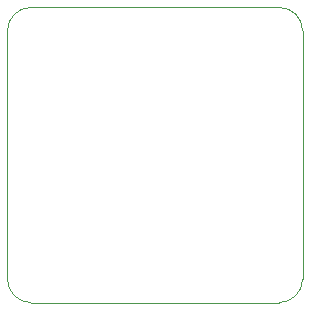
<source format=gbr>
%TF.GenerationSoftware,KiCad,Pcbnew,5.1.10-88a1d61d58~88~ubuntu20.04.1*%
%TF.CreationDate,2021-08-03T13:57:49-04:00*%
%TF.ProjectId,ta-base,74612d62-6173-4652-9e6b-696361645f70,rev?*%
%TF.SameCoordinates,Original*%
%TF.FileFunction,Other,ECO1*%
%FSLAX46Y46*%
G04 Gerber Fmt 4.6, Leading zero omitted, Abs format (unit mm)*
G04 Created by KiCad (PCBNEW 5.1.10-88a1d61d58~88~ubuntu20.04.1) date 2021-08-03 13:57:49*
%MOMM*%
%LPD*%
G01*
G04 APERTURE LIST*
%ADD10C,0.001000*%
G04 APERTURE END LIST*
D10*
X121960811Y-120606733D02*
X142960811Y-120606733D01*
X119960811Y-143606733D02*
X119960811Y-122606733D01*
X142960811Y-145606733D02*
X121960811Y-145606733D01*
X144960811Y-143606733D02*
X144960811Y-122606733D01*
X142960811Y-120606733D02*
G75*
G02*
X144960811Y-122606733I0J-2000000D01*
G01*
X119960811Y-122606733D02*
G75*
G02*
X121960811Y-120606733I2000000J0D01*
G01*
X121960811Y-145606733D02*
G75*
G02*
X119960811Y-143606733I0J2000000D01*
G01*
X144960811Y-143606733D02*
G75*
G02*
X142960811Y-145606733I-2000000J0D01*
G01*
M02*

</source>
